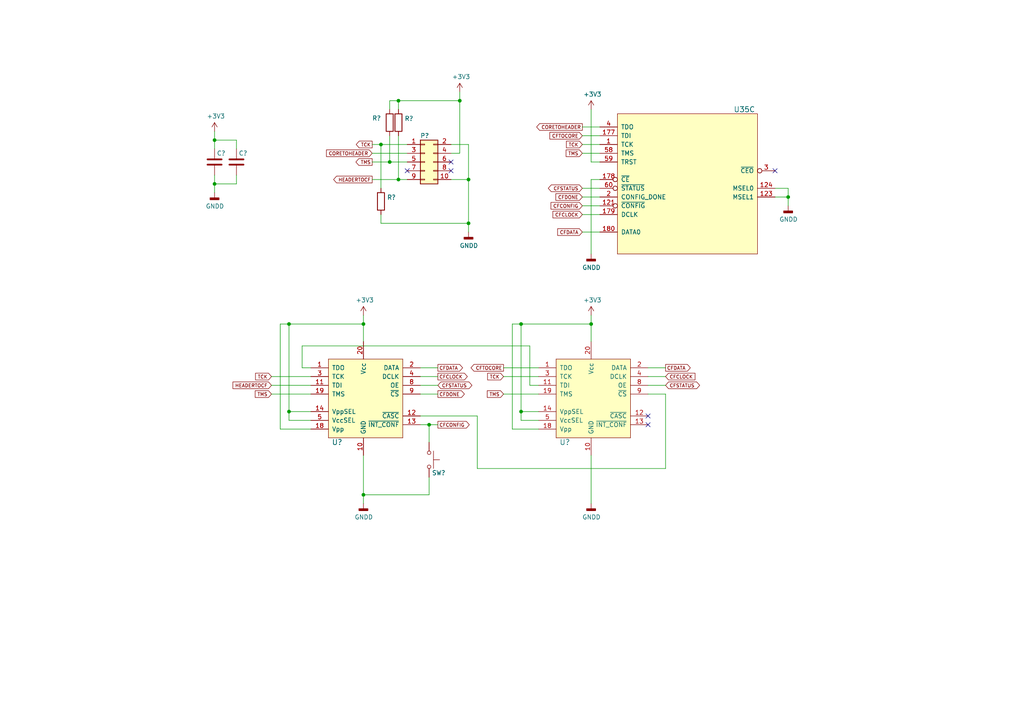
<source format=kicad_sch>
(kicad_sch (version 20211123) (generator eeschema)
  (paper "A4")
  (title_block (title "MAXI030 - 68030 based expandable computer") (date "2021-10-02") (comment 1 "Lawrence Manning"))
  (lib_symbols
    (symbol "Aslak:EPC2" (pin_names (offset 1.016))
      (property "Reference" "U" (at -8.89 -12.7 0))
      (property "Value" "Aslak_EPC2" (at 5.08 12.7 0))
      (symbol "EPC2_0_1"
        (rectangle (start -10.16 11.43) (end 11.43 -11.43) (fill (type background)))
      )
      (symbol "EPC2_1_1"
        (pin output line (at -15.24 8.89 0) (length 5.08) (name "TDO") (number "1"))
        (pin power_in line (at 0 -16.51 90) (length 5.08) (name "GND") (number "10"))
        (pin input line (at -15.24 3.81 0) (length 5.08) (name "TDI") (number "11"))
        (pin output line (at 16.51 -5.08 180) (length 5.08) (name "~{CASC}") (number "12"))
        (pin output line (at 16.51 -7.62 180) (length 5.08) (name "~{INT_CONF}") (number "13"))
        (pin input line (at -15.24 -3.81 0) (length 5.08) (name "VppSEL") (number "14"))
        (pin no_connect line (at 3.81 -16.51 90) (length 5.08) hide (name "nc") (number "15"))
        (pin no_connect line (at 2.54 -16.51 90) (length 5.08) hide (name "nc") (number "16"))
        (pin no_connect line (at 7.62 -16.51 90) (length 5.08) hide (name "nc") (number "17"))
        (pin power_in line (at -15.24 -8.89 0) (length 5.08) (name "Vpp") (number "18"))
        (pin input line (at -15.24 1.27 0) (length 5.08) (name "TMS") (number "19"))
        (pin output line (at 16.51 8.89 180) (length 5.08) (name "DATA") (number "2"))
        (pin power_in line (at 0 16.51 270) (length 5.08) (name "Vcc") (number "20"))
        (pin input line (at -15.24 6.35 0) (length 5.08) (name "TCK") (number "3"))
        (pin bidirectional line (at 16.51 6.35 180) (length 5.08) (name "DCLK") (number "4"))
        (pin input line (at -15.24 -6.35 0) (length 5.08) (name "VccSEL") (number "5"))
        (pin no_connect line (at 6.35 -16.51 90) (length 5.08) hide (name "nc") (number "6"))
        (pin no_connect line (at 5.08 -16.51 90) (length 5.08) hide (name "nc") (number "7"))
        (pin bidirectional line (at 16.51 3.81 180) (length 5.08) (name "OE") (number "8"))
        (pin input line (at 16.51 1.27 180) (length 5.08) (name "~{CS}") (number "9"))
      )
    )
    (symbol "Aslak:EPF10K130EQC240" (pin_names (offset 1.016))
      (property "Reference" "U" (at -3.81 15.24 0))
      (property "Value" "Aslak_EPF10K130EQC240" (at -2.54 8.89 0))
      (symbol "EPF10K130EQC240_1_1"
        (rectangle (start -21.59 25.4) (end 22.86 -100.33) (fill (type background)))
        (pin bidirectional line (at 27.94 -92.71 180) (length 5.08) (name "IO") (number "100"))
        (pin bidirectional line (at 27.94 -95.25 180) (length 5.08) (name "IO") (number "101"))
        (pin bidirectional line (at 27.94 -97.79 180) (length 5.08) (name "IO") (number "102"))
        (pin bidirectional line (at -26.67 -7.62 0) (length 5.08) (name "CLKUSER_I/O") (number "11"))
        (pin bidirectional line (at -26.67 -48.26 0) (length 5.08) (name "IO") (number "12"))
        (pin bidirectional line (at -26.67 -50.8 0) (length 5.08) (name "IO") (number "13"))
        (pin bidirectional line (at -26.67 -53.34 0) (length 5.08) (name "IO") (number "14"))
        (pin bidirectional line (at -26.67 -55.88 0) (length 5.08) (name "IO") (number "15"))
        (pin bidirectional line (at -26.67 -58.42 0) (length 5.08) (name "IO") (number "17"))
        (pin bidirectional line (at -26.67 -60.96 0) (length 5.08) (name "IO") (number "18"))
        (pin bidirectional line (at -26.67 22.86 0) (length 5.08) (name "DATA1_I/O") (number "181"))
        (pin bidirectional line (at -26.67 20.32 0) (length 5.08) (name "DATA2_I/O") (number "182"))
        (pin bidirectional line (at -26.67 17.78 0) (length 5.08) (name "DATA3_I/O") (number "183"))
        (pin bidirectional line (at -26.67 15.24 0) (length 5.08) (name "DATA4_I/O") (number "185"))
        (pin bidirectional line (at -26.67 12.7 0) (length 5.08) (name "DATA5_I/O") (number "186"))
        (pin bidirectional line (at -26.67 10.16 0) (length 5.08) (name "DATA6_I/O") (number "188"))
        (pin bidirectional line (at -26.67 -63.5 0) (length 5.08) (name "IO") (number "19"))
        (pin bidirectional line (at -26.67 7.62 0) (length 5.08) (name "DATA7_I/O") (number "190"))
        (pin bidirectional line (at -26.67 -15.24 0) (length 5.08) (name "~{DEV_CLR}_I/O") (number "209"))
        (pin bidirectional line (at -26.67 -66.04 0) (length 5.08) (name "IO") (number "21"))
        (pin input line (at -26.67 -30.48 0) (length 5.08) (name "IN") (number "210"))
        (pin input line (at -26.67 -22.86 0) (length 5.08) (name "IN_CLK") (number "211"))
        (pin input line (at -26.67 -33.02 0) (length 5.08) (name "IN") (number "212"))
        (pin bidirectional line (at -26.67 -12.7 0) (length 5.08) (name "DEV_OE_I/O") (number "213"))
        (pin bidirectional line (at -26.67 -68.58 0) (length 5.08) (name "IO") (number "23"))
        (pin bidirectional line (at -26.67 -5.08 0) (length 5.08) (name "~{RS}_I/O") (number "236"))
        (pin bidirectional line (at -26.67 -2.54 0) (length 5.08) (name "~{WS}_I/O") (number "238"))
        (pin bidirectional line (at -26.67 2.54 0) (length 5.08) (name "CS_I/O") (number "239"))
        (pin bidirectional line (at -26.67 -71.12 0) (length 5.08) (name "IO") (number "24"))
        (pin bidirectional line (at -26.67 0 0) (length 5.08) (name "~{CS}_I/O") (number "240"))
        (pin bidirectional line (at -26.67 -73.66 0) (length 5.08) (name "IO") (number "25"))
        (pin bidirectional line (at -26.67 -76.2 0) (length 5.08) (name "IO") (number "26"))
        (pin bidirectional line (at -26.67 -78.74 0) (length 5.08) (name "IO") (number "28"))
        (pin bidirectional line (at -26.67 -81.28 0) (length 5.08) (name "IO") (number "29"))
        (pin bidirectional line (at -26.67 -83.82 0) (length 5.08) (name "IO") (number "30"))
        (pin bidirectional line (at -26.67 -86.36 0) (length 5.08) (name "IO") (number "31"))
        (pin bidirectional line (at -26.67 -88.9 0) (length 5.08) (name "IO") (number "33"))
        (pin bidirectional line (at -26.67 -91.44 0) (length 5.08) (name "IO") (number "34"))
        (pin bidirectional line (at -26.67 -93.98 0) (length 5.08) (name "IO") (number "35"))
        (pin bidirectional line (at -26.67 -96.52 0) (length 5.08) (name "IO") (number "36"))
        (pin bidirectional line (at 27.94 21.59 180) (length 5.08) (name "IO") (number "38"))
        (pin bidirectional line (at 27.94 19.05 180) (length 5.08) (name "IO") (number "39"))
        (pin bidirectional line (at 27.94 16.51 180) (length 5.08) (name "IO") (number "40"))
        (pin bidirectional line (at 27.94 13.97 180) (length 5.08) (name "IO") (number "41"))
        (pin bidirectional line (at 27.94 11.43 180) (length 5.08) (name "IO") (number "43"))
        (pin bidirectional line (at 27.94 8.89 180) (length 5.08) (name "IO") (number "44"))
        (pin bidirectional line (at 27.94 6.35 180) (length 5.08) (name "IO") (number "45"))
        (pin bidirectional line (at 27.94 3.81 180) (length 5.08) (name "IO") (number "46"))
        (pin bidirectional line (at 27.94 1.27 180) (length 5.08) (name "IO") (number "48"))
        (pin bidirectional line (at 27.94 -1.27 180) (length 5.08) (name "IO") (number "49"))
        (pin bidirectional line (at 27.94 -3.81 180) (length 5.08) (name "IO") (number "50"))
        (pin bidirectional line (at 27.94 -6.35 180) (length 5.08) (name "IO") (number "51"))
        (pin bidirectional line (at 27.94 -8.89 180) (length 5.08) (name "IO") (number "53"))
        (pin bidirectional line (at 27.94 -11.43 180) (length 5.08) (name "IO") (number "54"))
        (pin bidirectional line (at 27.94 -13.97 180) (length 5.08) (name "IO") (number "55"))
        (pin bidirectional line (at 27.94 -16.51 180) (length 5.08) (name "IO") (number "56"))
        (pin bidirectional line (at -26.67 -38.1 0) (length 5.08) (name "IO") (number "6"))
        (pin bidirectional line (at 27.94 -19.05 180) (length 5.08) (name "IO") (number "61"))
        (pin bidirectional line (at 27.94 -21.59 180) (length 5.08) (name "IO") (number "62"))
        (pin bidirectional line (at 27.94 -24.13 180) (length 5.08) (name "IO") (number "63"))
        (pin bidirectional line (at 27.94 -26.67 180) (length 5.08) (name "IO") (number "64"))
        (pin bidirectional line (at 27.94 -29.21 180) (length 5.08) (name "IO") (number "65"))
        (pin bidirectional line (at 27.94 -31.75 180) (length 5.08) (name "IO") (number "66"))
        (pin bidirectional line (at 27.94 -34.29 180) (length 5.08) (name "IO") (number "67"))
        (pin bidirectional line (at 27.94 -36.83 180) (length 5.08) (name "IO") (number "68"))
        (pin bidirectional line (at -26.67 -40.64 0) (length 5.08) (name "IO") (number "7"))
        (pin bidirectional line (at 27.94 -39.37 180) (length 5.08) (name "IO") (number "70"))
        (pin bidirectional line (at 27.94 -41.91 180) (length 5.08) (name "IO") (number "71"))
        (pin bidirectional line (at 27.94 -44.45 180) (length 5.08) (name "IO") (number "72"))
        (pin bidirectional line (at 27.94 -46.99 180) (length 5.08) (name "IO") (number "73"))
        (pin bidirectional line (at 27.94 -49.53 180) (length 5.08) (name "IO") (number "74"))
        (pin bidirectional line (at 27.94 -52.07 180) (length 5.08) (name "IO") (number "75"))
        (pin bidirectional line (at 27.94 -54.61 180) (length 5.08) (name "IO") (number "78"))
        (pin bidirectional line (at 27.94 -57.15 180) (length 5.08) (name "IO") (number "79"))
        (pin bidirectional line (at -26.67 -43.18 0) (length 5.08) (name "IO") (number "8"))
        (pin bidirectional line (at 27.94 -59.69 180) (length 5.08) (name "IO") (number "80"))
        (pin bidirectional line (at 27.94 -62.23 180) (length 5.08) (name "IO") (number "81"))
        (pin bidirectional line (at 27.94 -64.77 180) (length 5.08) (name "IO") (number "82"))
        (pin bidirectional line (at 27.94 -67.31 180) (length 5.08) (name "IO") (number "83"))
        (pin bidirectional line (at 27.94 -69.85 180) (length 5.08) (name "IO") (number "84"))
        (pin bidirectional line (at 27.94 -72.39 180) (length 5.08) (name "IO") (number "86"))
        (pin bidirectional line (at 27.94 -74.93 180) (length 5.08) (name "IO") (number "87"))
        (pin bidirectional line (at 27.94 -77.47 180) (length 5.08) (name "IO") (number "88"))
        (pin bidirectional line (at -26.67 -45.72 0) (length 5.08) (name "IO") (number "9"))
        (pin input line (at -26.67 -25.4 0) (length 5.08) (name "IN") (number "90"))
        (pin input line (at -26.67 -20.32 0) (length 5.08) (name "IN_CLK") (number "91"))
        (pin input line (at -26.67 -27.94 0) (length 5.08) (name "IN") (number "92"))
        (pin bidirectional line (at 27.94 -80.01 180) (length 5.08) (name "IO") (number "94"))
        (pin bidirectional line (at 27.94 -82.55 180) (length 5.08) (name "IO") (number "95"))
        (pin bidirectional line (at 27.94 -85.09 180) (length 5.08) (name "IO") (number "97"))
        (pin bidirectional line (at 27.94 -87.63 180) (length 5.08) (name "IO") (number "98"))
        (pin bidirectional line (at 27.94 -90.17 180) (length 5.08) (name "IO") (number "99"))
      )
      (symbol "EPF10K130EQC240_2_1"
        (rectangle (start -21.59 24.13) (end 22.86 -100.33) (fill (type background)))
        (pin bidirectional line (at -26.67 21.59 0) (length 5.08) (name "IO") (number "103"))
        (pin bidirectional line (at -26.67 19.05 0) (length 5.08) (name "IO") (number "105"))
        (pin bidirectional line (at -26.67 16.51 0) (length 5.08) (name "IO") (number "106"))
        (pin bidirectional line (at -26.67 13.97 0) (length 5.08) (name "IO") (number "107"))
        (pin bidirectional line (at -26.67 11.43 0) (length 5.08) (name "IO") (number "108"))
        (pin bidirectional line (at -26.67 8.89 0) (length 5.08) (name "IO") (number "109"))
        (pin bidirectional line (at -26.67 6.35 0) (length 5.08) (name "IO") (number "110"))
        (pin bidirectional line (at -26.67 3.81 0) (length 5.08) (name "IO") (number "111"))
        (pin bidirectional line (at -26.67 1.27 0) (length 5.08) (name "IO") (number "113"))
        (pin bidirectional line (at -26.67 -1.27 0) (length 5.08) (name "IO") (number "114"))
        (pin bidirectional line (at -26.67 -3.81 0) (length 5.08) (name "IO") (number "115"))
        (pin bidirectional line (at -26.67 -6.35 0) (length 5.08) (name "IO") (number "116"))
        (pin bidirectional line (at -26.67 -8.89 0) (length 5.08) (name "IO") (number "117"))
        (pin bidirectional line (at -26.67 -11.43 0) (length 5.08) (name "IO") (number "118"))
        (pin bidirectional line (at -26.67 -13.97 0) (length 5.08) (name "IO") (number "119"))
        (pin bidirectional line (at -26.67 -16.51 0) (length 5.08) (name "IO") (number "120"))
        (pin bidirectional line (at -26.67 -19.05 0) (length 5.08) (name "IO") (number "126"))
        (pin bidirectional line (at -26.67 -21.59 0) (length 5.08) (name "IO") (number "127"))
        (pin bidirectional line (at -26.67 -24.13 0) (length 5.08) (name "IO") (number "128"))
        (pin bidirectional line (at -26.67 -26.67 0) (length 5.08) (name "IO") (number "129"))
        (pin bidirectional line (at -26.67 -29.21 0) (length 5.08) (name "IO") (number "131"))
        (pin bidirectional line (at -26.67 -31.75 0) (length 5.08) (name "IO") (number "132"))
        (pin bidirectional line (at -26.67 -34.29 0) (length 5.08) (name "IO") (number "133"))
        (pin bidirectional line (at -26.67 -36.83 0) (length 5.08) (name "IO") (number "134"))
        (pin bidirectional line (at -26.67 -39.37 0) (length 5.08) (name "IO") (number "136"))
        (pin bidirectional line (at -26.67 -41.91 0) (length 5.08) (name "IO") (number "137"))
        (pin bidirectional line (at -26.67 -44.45 0) (length 5.08) (name "IO") (number "138"))
        (pin bidirectional line (at -26.67 -46.99 0) (length 5.08) (name "IO") (number "139"))
        (pin bidirectional line (at -26.67 -49.53 0) (length 5.08) (name "IO") (number "141"))
        (pin bidirectional line (at -26.67 -52.07 0) (length 5.08) (name "IO") (number "142"))
        (pin bidirectional line (at -26.67 -54.61 0) (length 5.08) (name "IO") (number "143"))
        (pin bidirectional line (at -26.67 -57.15 0) (length 5.08) (name "IO") (number "144"))
        (pin bidirectional line (at -26.67 -59.69 0) (length 5.08) (name "IO") (number "146"))
        (pin bidirectional line (at -26.67 -62.23 0) (length 5.08) (name "IO") (number "147"))
        (pin bidirectional line (at -26.67 -64.77 0) (length 5.08) (name "IO") (number "148"))
        (pin bidirectional line (at -26.67 -67.31 0) (length 5.08) (name "IO") (number "149"))
        (pin bidirectional line (at -26.67 -69.85 0) (length 5.08) (name "IO") (number "151"))
        (pin bidirectional line (at -26.67 -72.39 0) (length 5.08) (name "IO") (number "152"))
        (pin bidirectional line (at -26.67 -74.93 0) (length 5.08) (name "IO") (number "153"))
        (pin bidirectional line (at -26.67 -77.47 0) (length 5.08) (name "IO") (number "154"))
        (pin bidirectional line (at -26.67 -80.01 0) (length 5.08) (name "IO") (number "156"))
        (pin bidirectional line (at -26.67 -82.55 0) (length 5.08) (name "IO") (number "157"))
        (pin bidirectional line (at -26.67 -85.09 0) (length 5.08) (name "IO") (number "158"))
        (pin bidirectional line (at -26.67 -87.63 0) (length 5.08) (name "IO") (number "161"))
        (pin bidirectional line (at -26.67 -90.17 0) (length 5.08) (name "IO") (number "162"))
        (pin bidirectional line (at -26.67 -92.71 0) (length 5.08) (name "IO") (number "163"))
        (pin bidirectional line (at -26.67 -95.25 0) (length 5.08) (name "IO") (number "164"))
        (pin bidirectional line (at -26.67 -97.79 0) (length 5.08) (name "IO") (number "166"))
        (pin bidirectional line (at 27.94 19.05 180) (length 5.08) (name "IO") (number "167"))
        (pin bidirectional line (at 27.94 16.51 180) (length 5.08) (name "IO") (number "168"))
        (pin bidirectional line (at 27.94 13.97 180) (length 5.08) (name "IO") (number "169"))
        (pin bidirectional line (at 27.94 11.43 180) (length 5.08) (name "IO") (number "171"))
        (pin bidirectional line (at 27.94 8.89 180) (length 5.08) (name "IO") (number "172"))
        (pin bidirectional line (at 27.94 6.35 180) (length 5.08) (name "IO") (number "173"))
        (pin bidirectional line (at 27.94 3.81 180) (length 5.08) (name "IO") (number "174"))
        (pin bidirectional line (at 27.94 1.27 180) (length 5.08) (name "IO") (number "175"))
        (pin bidirectional line (at 27.94 -1.27 180) (length 5.08) (name "IO") (number "184"))
        (pin bidirectional line (at 27.94 -3.81 180) (length 5.08) (name "IO") (number "187"))
        (pin bidirectional line (at 27.94 -6.35 180) (length 5.08) (name "IO") (number "191"))
        (pin bidirectional line (at 27.94 -8.89 180) (length 5.08) (name "IO") (number "192"))
        (pin bidirectional line (at 27.94 -11.43 180) (length 5.08) (name "IO") (number "193"))
        (pin bidirectional line (at 27.94 -13.97 180) (length 5.08) (name "IO") (number "194"))
        (pin bidirectional line (at 27.94 -16.51 180) (length 5.08) (name "IO") (number "195"))
        (pin bidirectional line (at 27.94 -19.05 180) (length 5.08) (name "IO") (number "196"))
        (pin bidirectional line (at 27.94 -21.59 180) (length 5.08) (name "IO") (number "198"))
        (pin bidirectional line (at 27.94 -24.13 180) (length 5.08) (name "IO") (number "199"))
        (pin bidirectional line (at 27.94 -26.67 180) (length 5.08) (name "IO") (number "200"))
        (pin bidirectional line (at 27.94 -29.21 180) (length 5.08) (name "IO") (number "201"))
        (pin bidirectional line (at 27.94 -31.75 180) (length 5.08) (name "IO") (number "202"))
        (pin bidirectional line (at 27.94 -34.29 180) (length 5.08) (name "IO") (number "203"))
        (pin bidirectional line (at 27.94 -36.83 180) (length 5.08) (name "IO") (number "204"))
        (pin bidirectional line (at 27.94 -39.37 180) (length 5.08) (name "IO") (number "206"))
        (pin bidirectional line (at 27.94 -41.91 180) (length 5.08) (name "IO") (number "207"))
        (pin bidirectional line (at 27.94 -44.45 180) (length 5.08) (name "IO") (number "208"))
        (pin bidirectional line (at 27.94 -46.99 180) (length 5.08) (name "IO") (number "214"))
        (pin bidirectional line (at 27.94 -49.53 180) (length 5.08) (name "IO") (number "215"))
        (pin bidirectional line (at 27.94 -52.07 180) (length 5.08) (name "IO") (number "217"))
        (pin bidirectional line (at 27.94 -54.61 180) (length 5.08) (name "IO") (number "218"))
        (pin bidirectional line (at 27.94 -57.15 180) (length 5.08) (name "IO") (number "219"))
        (pin bidirectional line (at 27.94 -59.69 180) (length 5.08) (name "IO") (number "220"))
        (pin bidirectional line (at 27.94 -62.23 180) (length 5.08) (name "IO") (number "221"))
        (pin bidirectional line (at 27.94 -64.77 180) (length 5.08) (name "IO") (number "222"))
        (pin bidirectional line (at 27.94 -67.31 180) (length 5.08) (name "IO") (number "223"))
        (pin bidirectional line (at 27.94 -69.85 180) (length 5.08) (name "IO") (number "225"))
        (pin bidirectional line (at 27.94 -72.39 180) (length 5.08) (name "IO") (number "226"))
        (pin bidirectional line (at 27.94 -74.93 180) (length 5.08) (name "IO") (number "227"))
        (pin bidirectional line (at 27.94 -77.47 180) (length 5.08) (name "IO") (number "228"))
        (pin bidirectional line (at 27.94 -80.01 180) (length 5.08) (name "IO") (number "229"))
        (pin bidirectional line (at 27.94 -82.55 180) (length 5.08) (name "IO") (number "230"))
        (pin bidirectional line (at 27.94 -85.09 180) (length 5.08) (name "IO") (number "231"))
        (pin bidirectional line (at 27.94 -87.63 180) (length 5.08) (name "IO") (number "233"))
        (pin bidirectional line (at 27.94 -90.17 180) (length 5.08) (name "IO") (number "234"))
        (pin bidirectional line (at 27.94 -92.71 180) (length 5.08) (name "IO") (number "235"))
        (pin bidirectional line (at 27.94 -95.25 180) (length 5.08) (name "IO") (number "237"))
      )
      (symbol "EPF10K130EQC240_3_1"
        (rectangle (start -21.59 -15.24) (end 19.05 25.4) (fill (type background)))
        (pin input line (at -26.67 16.51 0) (length 5.08) (name "TCK") (number "1"))
        (pin input inverted (at -26.67 -1.27 0) (length 5.08) (name "~{CONFIG}") (number "121"))
        (pin input line (at 24.13 1.27 180) (length 5.08) (name "MSEL1") (number "123"))
        (pin input line (at 24.13 3.81 180) (length 5.08) (name "MSEL0") (number "124"))
        (pin input line (at -26.67 19.05 0) (length 5.08) (name "TDI") (number "177"))
        (pin input inverted (at -26.67 6.35 0) (length 5.08) (name "~{CE}") (number "178"))
        (pin input line (at -26.67 -3.81 0) (length 5.08) (name "DCLK") (number "179"))
        (pin input line (at -26.67 -8.89 0) (length 5.08) (name "DATA0") (number "180"))
        (pin bidirectional line (at -26.67 1.27 0) (length 5.08) (name "CONFIG_DONE") (number "2"))
        (pin output inverted (at 24.13 8.89 180) (length 5.08) (name "~{CEO}") (number "3"))
        (pin output line (at -26.67 21.59 0) (length 5.08) (name "TDO") (number "4"))
        (pin input line (at -26.67 13.97 0) (length 5.08) (name "TMS") (number "58"))
        (pin input line (at -26.67 11.43 0) (length 5.08) (name "TRST") (number "59"))
        (pin input inverted (at -26.67 3.81 0) (length 5.08) (name "~{STATUS}") (number "60"))
      )
      (symbol "EPF10K130EQC240_4_1"
        (rectangle (start -27.94 25.4) (end 35.56 -1.27) (fill (type background)))
        (pin power_in line (at -20.32 -6.35 90) (length 5.08) (name "GND") (number "10"))
        (pin power_in line (at -2.54 -6.35 90) (length 5.08) (name "GND") (number "104"))
        (pin power_in line (at 15.24 30.48 270) (length 5.08) (name "VCCIO") (number "112"))
        (pin power_in line (at -10.16 30.48 270) (length 5.08) (name "VCCINT") (number "122"))
        (pin power_in line (at 0 -6.35 90) (length 5.08) (name "GND") (number "125"))
        (pin power_in line (at -7.62 30.48 270) (length 5.08) (name "VCCINT") (number "130"))
        (pin power_in line (at 2.54 -6.35 90) (length 5.08) (name "GND") (number "135"))
        (pin power_in line (at 17.78 30.48 270) (length 5.08) (name "VCCIO") (number "140"))
        (pin power_in line (at 5.08 -6.35 90) (length 5.08) (name "GND") (number "145"))
        (pin power_in line (at -5.08 30.48 270) (length 5.08) (name "VCCINT") (number "150"))
        (pin power_in line (at 7.62 -6.35 90) (length 5.08) (name "GND") (number "155"))
        (pin power_in line (at -2.54 30.48 270) (length 5.08) (name "VCCINT") (number "159"))
        (pin power_in line (at 5.08 30.48 270) (length 5.08) (name "VCCIO") (number "16"))
        (pin power_in line (at 20.32 30.48 270) (length 5.08) (name "VCCIO") (number "160"))
        (pin power_in line (at 10.16 -6.35 90) (length 5.08) (name "GND") (number "165"))
        (pin power_in line (at 0 30.48 270) (length 5.08) (name "VCCINT") (number "170"))
        (pin power_in line (at 12.7 -6.35 90) (length 5.08) (name "GND") (number "176"))
        (pin power_in line (at 22.86 30.48 270) (length 5.08) (name "VCCIO") (number "189"))
        (pin power_in line (at 15.24 -6.35 90) (length 5.08) (name "GND") (number "197"))
        (pin power_in line (at -22.86 30.48 270) (length 5.08) (name "VCCINT") (number "20"))
        (pin power_in line (at 25.4 30.48 270) (length 5.08) (name "VCCIO") (number "205"))
        (pin power_in line (at 17.78 -6.35 90) (length 5.08) (name "GND") (number "216"))
        (pin power_in line (at -17.78 -6.35 90) (length 5.08) (name "GND") (number "22"))
        (pin power_in line (at 27.94 30.48 270) (length 5.08) (name "VCCIO") (number "224"))
        (pin power_in line (at 20.32 -6.35 90) (length 5.08) (name "GND") (number "232"))
        (pin power_in line (at -20.32 30.48 270) (length 5.08) (name "VCCINT") (number "27"))
        (pin power_in line (at -15.24 -6.35 90) (length 5.08) (name "GND") (number "32"))
        (pin power_in line (at 7.62 30.48 270) (length 5.08) (name "VCCIO") (number "37"))
        (pin power_in line (at -12.7 -6.35 90) (length 5.08) (name "GND") (number "42"))
        (pin power_in line (at -17.78 30.48 270) (length 5.08) (name "VCCINT") (number "47"))
        (pin power_in line (at -25.4 30.48 270) (length 5.08) (name "VCCINT") (number "5"))
        (pin power_in line (at -10.16 -6.35 90) (length 5.08) (name "GND") (number "52"))
        (pin power_in line (at 10.16 30.48 270) (length 5.08) (name "VCCIO") (number "57"))
        (pin power_in line (at -7.62 -6.35 90) (length 5.08) (name "GND") (number "69"))
        (pin power_in line (at -15.24 30.48 270) (length 5.08) (name "VCCINT") (number "76"))
        (pin power_in line (at 12.7 30.48 270) (length 5.08) (name "VCCIO") (number "77"))
        (pin power_in line (at -5.08 -6.35 90) (length 5.08) (name "GND") (number "85"))
        (pin power_in line (at 33.02 30.48 270) (length 5.08) (name "VCC_CLK") (number "89"))
        (pin power_in line (at 25.4 -6.35 90) (length 5.08) (name "GND_CLK") (number "93"))
        (pin power_in line (at -12.7 30.48 270) (length 5.08) (name "VCCINT") (number "96"))
      )
    )
    (symbol "Connector_Generic:Conn_02x05_Odd_Even" (pin_names (offset 1.016) hide)
      (property "Reference" "J" (at 1.27 7.62 0))
      (property "Value" "Conn_02x05_Odd_Even" (at 1.27 -7.62 0))
      (symbol "Conn_02x05_Odd_Even_1_1"
        (rectangle (start -1.27 -4.953) (end 0 -5.207) (stroke (width 0.1524)))
        (rectangle (start -1.27 -2.413) (end 0 -2.667) (stroke (width 0.1524)))
        (rectangle (start -1.27 0.127) (end 0 -0.127) (stroke (width 0.1524)))
        (rectangle (start -1.27 2.667) (end 0 2.413) (stroke (width 0.1524)))
        (rectangle (start -1.27 5.207) (end 0 4.953) (stroke (width 0.1524)))
        (rectangle (start -1.27 6.35) (end 3.81 -6.35) (stroke (width 0.254)) (fill (type background)))
        (rectangle (start 3.81 -4.953) (end 2.54 -5.207) (stroke (width 0.1524)))
        (rectangle (start 3.81 -2.413) (end 2.54 -2.667) (stroke (width 0.1524)))
        (rectangle (start 3.81 0.127) (end 2.54 -0.127) (stroke (width 0.1524)))
        (rectangle (start 3.81 2.667) (end 2.54 2.413) (stroke (width 0.1524)))
        (rectangle (start 3.81 5.207) (end 2.54 4.953) (stroke (width 0.1524)))
        (pin passive line (at -5.08 5.08 0) (length 3.81) (name "Pin_1") (number "1"))
        (pin passive line (at 7.62 -5.08 180) (length 3.81) (name "Pin_10") (number "10"))
        (pin passive line (at 7.62 5.08 180) (length 3.81) (name "Pin_2") (number "2"))
        (pin passive line (at -5.08 2.54 0) (length 3.81) (name "Pin_3") (number "3"))
        (pin passive line (at 7.62 2.54 180) (length 3.81) (name "Pin_4") (number "4"))
        (pin passive line (at -5.08 0 0) (length 3.81) (name "Pin_5") (number "5"))
        (pin passive line (at 7.62 0 180) (length 3.81) (name "Pin_6") (number "6"))
        (pin passive line (at -5.08 -2.54 0) (length 3.81) (name "Pin_7") (number "7"))
        (pin passive line (at 7.62 -2.54 180) (length 3.81) (name "Pin_8") (number "8"))
        (pin passive line (at -5.08 -5.08 0) (length 3.81) (name "Pin_9") (number "9"))
      )
    )
    (symbol "Device:C" (pin_numbers hide) (pin_names (offset 0.254))
      (property "Reference" "C" (at 0.635 2.54 0))
      (property "Value" "C" (at 0.635 -2.54 0))
      (symbol "C_0_1"
        (polyline (pts (xy -2.032 -0.762) (xy 2.032 -0.762)) (stroke (width 0.508)))
        (polyline (pts (xy -2.032 0.762) (xy 2.032 0.762)) (stroke (width 0.508)))
      )
      (symbol "C_1_1"
        (pin passive line (at 0 3.81 270) (length 2.794) (name "~") (number "1"))
        (pin passive line (at 0 -3.81 90) (length 2.794) (name "~") (number "2"))
      )
    )
    (symbol "Device:R" (pin_numbers hide) (pin_names (offset 0))
      (property "Reference" "R" (at 2.032 0 90))
      (property "Value" "R" (at 0 0 90))
      (symbol "R_0_1"
        (rectangle (start -1.016 -2.54) (end 1.016 2.54) (stroke (width 0.254)))
      )
      (symbol "R_1_1"
        (pin passive line (at 0 3.81 270) (length 1.27) (name "~") (number "1"))
        (pin passive line (at 0 -3.81 90) (length 1.27) (name "~") (number "2"))
      )
    )
    (symbol "Switch:SW_Push" (pin_numbers hide) (pin_names (offset 1.016) hide)
      (property "Reference" "SW" (at 1.27 2.54 0))
      (property "Value" "SW_Push" (at 0 -1.524 0))
      (symbol "SW_Push_0_1"
        (circle (center -2.032 0) (radius 0.508))
        (polyline (pts (xy 0 1.27) (xy 0 3.048)))
        (polyline (pts (xy 2.54 1.27) (xy -2.54 1.27)))
        (circle (center 2.032 0) (radius 0.508))
        (pin passive line (at -5.08 0 0) (length 2.54) (name "1") (number "1"))
        (pin passive line (at 5.08 0 180) (length 2.54) (name "2") (number "2"))
      )
    )
    (symbol "power:+3.3V" (power) (pin_names (offset 0))
      (property "Value" "+3.3V" (at 0 3.556 0))
      (symbol "+3.3V_0_1"
        (polyline (pts (xy -0.762 1.27) (xy 0 2.54)))
        (polyline (pts (xy 0 0) (xy 0 2.54)))
        (polyline (pts (xy 0 2.54) (xy 0.762 1.27)))
      )
      (symbol "+3.3V_1_1"
        (pin power_in line (at 0 0 90) (length 0) hide (name "+3V3") (number "1"))
      )
    )
    (symbol "power:GNDD" (power) (pin_names (offset 0))
      (property "Value" "GNDD" (at 0 -3.175 0))
      (symbol "GNDD_0_1"
        (rectangle (start -1.27 -1.524) (end 1.27 -2.032) (stroke (width 0.254)) (fill (type outline)))
        (polyline (pts (xy 0 0) (xy 0 -1.524)))
      )
      (symbol "GNDD_1_1"
        (pin power_in line (at 0 0 270) (length 0) hide (name "GNDD") (number "1"))
      )
    )
  )
  (junction (at 83.82 93.98))
  (junction (at 135.89 64.77))
  (junction (at 110.49 41.91))
  (junction (at 151.13 93.98))
  (junction (at 62.23 40.64))
  (junction (at 62.23 53.34))
  (junction (at 105.41 143.51))
  (junction (at 171.45 93.98))
  (junction (at 151.13 119.38))
  (junction (at 115.57 52.07))
  (junction (at 83.82 119.38))
  (junction (at 228.6 57.15))
  (junction (at 113.03 46.99))
  (junction (at 105.41 93.98))
  (junction (at 115.57 29.21))
  (junction (at 135.89 52.07))
  (junction (at 124.46 123.19))
  (junction (at 133.35 29.21))
  (no_connect (at 224.79 49.53))
  (no_connect (at 187.96 123.19))
  (no_connect (at 130.81 46.99))
  (no_connect (at 118.11 49.53))
  (no_connect (at 130.81 49.53))
  (no_connect (at 187.96 120.65))
  (wire (pts (xy 110.49 62.23) (xy 110.49 64.77)))
  (wire (pts (xy 105.41 132.08) (xy 105.41 143.51)))
  (wire (pts (xy 156.21 106.68) (xy 146.05 106.68)))
  (wire (pts (xy 148.59 93.98) (xy 151.13 93.98)))
  (wire (pts (xy 115.57 29.21) (xy 133.35 29.21)))
  (wire (pts (xy 113.03 29.21) (xy 115.57 29.21)))
  (wire (pts (xy 90.17 121.92) (xy 83.82 121.92)))
  (wire (pts (xy 110.49 41.91) (xy 110.49 54.61)))
  (wire (pts (xy 148.59 93.98) (xy 148.59 124.46)))
  (wire (pts (xy 121.92 111.76) (xy 127 111.76)))
  (wire (pts (xy 124.46 123.19) (xy 124.46 128.27)))
  (wire (pts (xy 107.95 46.99) (xy 113.03 46.99)))
  (wire (pts (xy 156.21 114.3) (xy 146.05 114.3)))
  (wire (pts (xy 62.23 53.34) (xy 68.58 53.34)))
  (wire (pts (xy 187.96 106.68) (xy 193.04 106.68)))
  (wire (pts (xy 133.35 29.21) (xy 133.35 44.45)))
  (wire (pts (xy 121.92 120.65) (xy 138.43 120.65)))
  (wire (pts (xy 105.41 143.51) (xy 124.46 143.51)))
  (wire (pts (xy 68.58 40.64) (xy 68.58 43.18)))
  (wire (pts (xy 115.57 29.21) (xy 115.57 31.75)))
  (wire (pts (xy 171.45 52.07) (xy 173.99 52.07)))
  (wire (pts (xy 83.82 119.38) (xy 83.82 121.92)))
  (wire (pts (xy 224.79 57.15) (xy 228.6 57.15)))
  (wire (pts (xy 113.03 31.75) (xy 113.03 29.21)))
  (wire (pts (xy 110.49 41.91) (xy 118.11 41.91)))
  (wire (pts (xy 121.92 114.3) (xy 127 114.3)))
  (wire (pts (xy 135.89 41.91) (xy 135.89 52.07)))
  (wire (pts (xy 173.99 39.37) (xy 168.91 39.37)))
  (wire (pts (xy 187.96 109.22) (xy 193.04 109.22)))
  (wire (pts (xy 107.95 52.07) (xy 115.57 52.07)))
  (wire (pts (xy 148.59 124.46) (xy 156.21 124.46)))
  (wire (pts (xy 68.58 53.34) (xy 68.58 50.8)))
  (wire (pts (xy 83.82 119.38) (xy 83.82 93.98)))
  (wire (pts (xy 228.6 57.15) (xy 228.6 59.69)))
  (wire (pts (xy 156.21 111.76) (xy 153.67 111.76)))
  (wire (pts (xy 124.46 138.43) (xy 124.46 143.51)))
  (wire (pts (xy 62.23 53.34) (xy 62.23 55.88)))
  (wire (pts (xy 124.46 123.19) (xy 127 123.19)))
  (wire (pts (xy 153.67 111.76) (xy 153.67 100.33)))
  (wire (pts (xy 81.28 93.98) (xy 81.28 124.46)))
  (wire (pts (xy 138.43 135.89) (xy 193.04 135.89)))
  (wire (pts (xy 138.43 120.65) (xy 138.43 135.89)))
  (wire (pts (xy 173.99 67.31) (xy 168.91 67.31)))
  (wire (pts (xy 173.99 41.91) (xy 168.91 41.91)))
  (wire (pts (xy 113.03 46.99) (xy 118.11 46.99)))
  (wire (pts (xy 224.79 54.61) (xy 228.6 54.61)))
  (wire (pts (xy 62.23 38.1) (xy 62.23 40.64)))
  (wire (pts (xy 62.23 40.64) (xy 62.23 43.18)))
  (wire (pts (xy 171.45 46.99) (xy 171.45 31.75)))
  (wire (pts (xy 105.41 91.44) (xy 105.41 93.98)))
  (wire (pts (xy 121.92 106.68) (xy 127 106.68)))
  (wire (pts (xy 115.57 52.07) (xy 115.57 39.37)))
  (wire (pts (xy 90.17 114.3) (xy 78.74 114.3)))
  (wire (pts (xy 173.99 46.99) (xy 171.45 46.99)))
  (wire (pts (xy 121.92 123.19) (xy 124.46 123.19)))
  (wire (pts (xy 81.28 93.98) (xy 83.82 93.98)))
  (wire (pts (xy 173.99 54.61) (xy 168.91 54.61)))
  (wire (pts (xy 90.17 119.38) (xy 83.82 119.38)))
  (wire (pts (xy 151.13 119.38) (xy 151.13 93.98)))
  (wire (pts (xy 81.28 124.46) (xy 90.17 124.46)))
  (wire (pts (xy 62.23 50.8) (xy 62.23 53.34)))
  (wire (pts (xy 187.96 111.76) (xy 193.04 111.76)))
  (wire (pts (xy 113.03 46.99) (xy 113.03 39.37)))
  (wire (pts (xy 156.21 109.22) (xy 146.05 109.22)))
  (wire (pts (xy 107.95 41.91) (xy 110.49 41.91)))
  (wire (pts (xy 173.99 36.83) (xy 168.91 36.83)))
  (wire (pts (xy 151.13 119.38) (xy 151.13 121.92)))
  (wire (pts (xy 171.45 132.08) (xy 171.45 146.05)))
  (wire (pts (xy 151.13 93.98) (xy 171.45 93.98)))
  (wire (pts (xy 90.17 109.22) (xy 78.74 109.22)))
  (wire (pts (xy 105.41 143.51) (xy 105.41 146.05)))
  (wire (pts (xy 156.21 121.92) (xy 151.13 121.92)))
  (wire (pts (xy 156.21 119.38) (xy 151.13 119.38)))
  (wire (pts (xy 130.81 41.91) (xy 135.89 41.91)))
  (wire (pts (xy 133.35 44.45) (xy 130.81 44.45)))
  (wire (pts (xy 173.99 57.15) (xy 168.91 57.15)))
  (wire (pts (xy 153.67 100.33) (xy 87.63 100.33)))
  (wire (pts (xy 173.99 59.69) (xy 168.91 59.69)))
  (wire (pts (xy 135.89 64.77) (xy 135.89 67.31)))
  (wire (pts (xy 115.57 52.07) (xy 118.11 52.07)))
  (wire (pts (xy 121.92 109.22) (xy 127 109.22)))
  (wire (pts (xy 107.95 44.45) (xy 118.11 44.45)))
  (wire (pts (xy 62.23 40.64) (xy 68.58 40.64)))
  (wire (pts (xy 87.63 100.33) (xy 87.63 106.68)))
  (wire (pts (xy 193.04 135.89) (xy 193.04 114.3)))
  (wire (pts (xy 228.6 54.61) (xy 228.6 57.15)))
  (wire (pts (xy 171.45 52.07) (xy 171.45 73.66)))
  (wire (pts (xy 87.63 106.68) (xy 90.17 106.68)))
  (wire (pts (xy 171.45 91.44) (xy 171.45 93.98)))
  (wire (pts (xy 90.17 111.76) (xy 78.74 111.76)))
  (wire (pts (xy 173.99 62.23) (xy 168.91 62.23)))
  (wire (pts (xy 130.81 52.07) (xy 135.89 52.07)))
  (wire (pts (xy 173.99 44.45) (xy 168.91 44.45)))
  (wire (pts (xy 171.45 93.98) (xy 171.45 99.06)))
  (wire (pts (xy 83.82 93.98) (xy 105.41 93.98)))
  (wire (pts (xy 133.35 26.67) (xy 133.35 29.21)))
  (wire (pts (xy 110.49 64.77) (xy 135.89 64.77)))
  (wire (pts (xy 187.96 114.3) (xy 193.04 114.3)))
  (wire (pts (xy 135.89 52.07) (xy 135.89 64.77)))
  (wire (pts (xy 105.41 93.98) (xy 105.41 99.06)))
  (global_label "TCK" (shape input) (at 168.91 41.91 180) (effects (font (size 0.9906 0.9906))) (property "Intersheet References" "${INTERSHEET_REFS}" (effects hide)))
  (global_label "HEADERTOCF" (shape input) (at 78.74 111.76 180) (effects (font (size 0.9906 0.9906))) (property "Intersheet References" "${INTERSHEET_REFS}" (effects hide)))
  (global_label "CFCLOCK" (shape input) (at 193.04 109.22 0) (effects (font (size 0.9906 0.9906))) (property "Intersheet References" "${INTERSHEET_REFS}" (effects hide)))
  (global_label "CORETOHEADER" (shape input) (at 107.95 44.45 180) (effects (font (size 0.9906 0.9906))) (property "Intersheet References" "${INTERSHEET_REFS}" (effects hide)))
  (global_label "CFDONE" (shape input) (at 168.91 57.15 180) (effects (font (size 0.9906 0.9906))) (property "Intersheet References" "${INTERSHEET_REFS}" (effects hide)))
  (global_label "TCK" (shape input) (at 146.05 109.22 180) (effects (font (size 0.9906 0.9906))) (property "Intersheet References" "${INTERSHEET_REFS}" (effects hide)))
  (global_label "TMS" (shape input) (at 78.74 114.3 180) (effects (font (size 0.9906 0.9906))) (property "Intersheet References" "${INTERSHEET_REFS}" (effects hide)))
  (global_label "CFTOCORE" (shape output) (at 146.05 106.68 180) (effects (font (size 0.9906 0.9906))) (property "Intersheet References" "${INTERSHEET_REFS}" (effects hide)))
  (global_label "CFDATA" (shape input) (at 168.91 67.31 180) (effects (font (size 0.9906 0.9906))) (property "Intersheet References" "${INTERSHEET_REFS}" (effects hide)))
  (global_label "TMS" (shape input) (at 168.91 44.45 180) (effects (font (size 0.9906 0.9906))) (property "Intersheet References" "${INTERSHEET_REFS}" (effects hide)))
  (global_label "CFDONE" (shape output) (at 127 114.3 0) (effects (font (size 0.9906 0.9906))) (property "Intersheet References" "${INTERSHEET_REFS}" (effects hide)))
  (global_label "CFCONFIG" (shape output) (at 127 123.19 0) (effects (font (size 0.9906 0.9906))) (property "Intersheet References" "${INTERSHEET_REFS}" (effects hide)))
  (global_label "TCK" (shape input) (at 78.74 109.22 180) (effects (font (size 0.9906 0.9906))) (property "Intersheet References" "${INTERSHEET_REFS}" (effects hide)))
  (global_label "CORETOHEADER" (shape output) (at 168.91 36.83 180) (effects (font (size 0.9906 0.9906))) (property "Intersheet References" "${INTERSHEET_REFS}" (effects hide)))
  (global_label "CFSTATUS" (shape bidirectional) (at 168.91 54.61 180) (effects (font (size 0.9906 0.9906))) (property "Intersheet References" "${INTERSHEET_REFS}" (effects hide)))
  (global_label "CFCONFIG" (shape input) (at 168.91 59.69 180) (effects (font (size 0.9906 0.9906))) (property "Intersheet References" "${INTERSHEET_REFS}" (effects hide)))
  (global_label "CFCLOCK" (shape output) (at 127 109.22 0) (effects (font (size 0.9906 0.9906))) (property "Intersheet References" "${INTERSHEET_REFS}" (effects hide)))
  (global_label "HEADERTOCF" (shape output) (at 107.95 52.07 180) (effects (font (size 0.9906 0.9906))) (property "Intersheet References" "${INTERSHEET_REFS}" (effects hide)))
  (global_label "TMS" (shape input) (at 146.05 114.3 180) (effects (font (size 0.9906 0.9906))) (property "Intersheet References" "${INTERSHEET_REFS}" (effects hide)))
  (global_label "CFDATA" (shape output) (at 127 106.68 0) (effects (font (size 0.9906 0.9906))) (property "Intersheet References" "${INTERSHEET_REFS}" (effects hide)))
  (global_label "TCK" (shape output) (at 107.95 41.91 180) (effects (font (size 0.9906 0.9906))) (property "Intersheet References" "${INTERSHEET_REFS}" (effects hide)))
  (global_label "CFDATA" (shape output) (at 193.04 106.68 0) (effects (font (size 0.9906 0.9906))) (property "Intersheet References" "${INTERSHEET_REFS}" (effects hide)))
  (global_label "CFCLOCK" (shape input) (at 168.91 62.23 180) (effects (font (size 0.9906 0.9906))) (property "Intersheet References" "${INTERSHEET_REFS}" (effects hide)))
  (global_label "CFSTATUS" (shape bidirectional) (at 193.04 111.76 0) (effects (font (size 0.9906 0.9906))) (property "Intersheet References" "${INTERSHEET_REFS}" (effects hide)))
  (global_label "CFSTATUS" (shape bidirectional) (at 127 111.76 0) (effects (font (size 0.9906 0.9906))) (property "Intersheet References" "${INTERSHEET_REFS}" (effects hide)))
  (global_label "CFTOCORE" (shape input) (at 168.91 39.37 180) (effects (font (size 0.9906 0.9906))) (property "Intersheet References" "${INTERSHEET_REFS}" (effects hide)))
  (global_label "TMS" (shape output) (at 107.95 46.99 180) (effects (font (size 0.9906 0.9906))) (property "Intersheet References" "${INTERSHEET_REFS}" (effects hide)))
  (symbol (lib_id "Aslak:EPC2") (at 105.41 115.57 0) (unit 1)
    (property "Reference" "U?" (at 97.79 128.27 0) (effects (font (size 1.524 1.524))))
  )
  (symbol (lib_id "Connector_Generic:Conn_02x05_Odd_Even") (at 123.19 46.99 0) (unit 1)
    (property "Reference" "P?" (at 123.19 39.37 0))
  )
  (symbol (lib_id "Switch:SW_Push") (at 124.46 133.35 270) (unit 1)
    (property "Reference" "SW?" (at 127.254 137.16 90))
  )
  (symbol (lib_id "Device:R") (at 110.49 58.42 0) (unit 1)
    (property "Reference" "R?" (at 112.268 57.2516 0) (effects (justify left)))
  )
  (symbol (lib_id "Device:R") (at 113.03 35.56 0) (unit 1)
    (property "Reference" "R?" (at 107.95 34.29 0) (effects (justify left)))
  )
  (symbol (lib_id "Device:R") (at 115.57 35.56 0) (unit 1)
    (property "Reference" "R?" (at 117.348 34.3916 0) (effects (justify left)))
  )
  (symbol (lib_id "power:GNDD") (at 105.41 146.05 0) (unit 1)
    (property "Reference" "#PWR?" (effects hide))
  )
  (symbol (lib_id "power:GNDD") (at 135.89 67.31 0) (unit 1)
    (property "Reference" "#PWR?" (effects hide))
  )
  (symbol (lib_id "Device:C") (at 62.23 46.99 0) (unit 1)
    (property "Reference" "C?" (at 62.865 44.45 0) (effects (justify left)))
  )
  (symbol (lib_id "power:GNDD") (at 62.23 55.88 0) (unit 1)
    (property "Reference" "#PWR?" (effects hide))
  )
  (symbol (lib_id "power:+3.3V") (at 171.45 31.75 0) (unit 1)
    (property "Reference" "#PWR0182" (effects hide))
  )
  (symbol (lib_id "Device:C") (at 68.58 46.99 0) (unit 1)
    (property "Reference" "C?" (at 69.215 44.45 0) (effects (justify left)))
  )
  (symbol (lib_id "power:+3.3V") (at 171.45 91.44 0) (unit 1)
    (property "Reference" "#PWR0183" (effects hide))
  )
  (symbol (lib_id "power:GNDD") (at 171.45 146.05 0) (unit 1)
    (property "Reference" "#PWR?" (effects hide))
  )
  (symbol (lib_id "Aslak:EPC2") (at 171.45 115.57 0) (unit 1)
    (property "Reference" "U?" (at 163.83 128.27 0) (effects (font (size 1.524 1.524))))
  )
  (symbol (lib_id "Aslak:EPF10K130EQC240") (at 200.66 58.42 0) (unit 3)
    (property "Reference" "U35" (at 215.9 31.75 0) (effects (font (size 1.524 1.524))))
  )
  (symbol (lib_id "power:GNDD") (at 171.45 73.66 0) (unit 1)
    (property "Reference" "#PWR?" (effects hide))
  )
  (symbol (lib_id "power:GNDD") (at 228.6 59.69 0) (unit 1)
    (property "Reference" "#PWR?" (effects hide))
  )
  (symbol (lib_id "power:+3.3V") (at 105.41 91.44 0) (unit 1)
    (property "Reference" "#PWR0168" (effects hide))
  )
  (symbol (lib_id "power:+3.3V") (at 133.35 26.67 0) (unit 1)
    (property "Reference" "#PWR0174" (effects hide))
  )
  (symbol (lib_id "power:+3.3V") (at 62.23 38.1 0) (unit 1)
    (property "Reference" "#PWR0175" (effects hide))
  )
)
</source>
